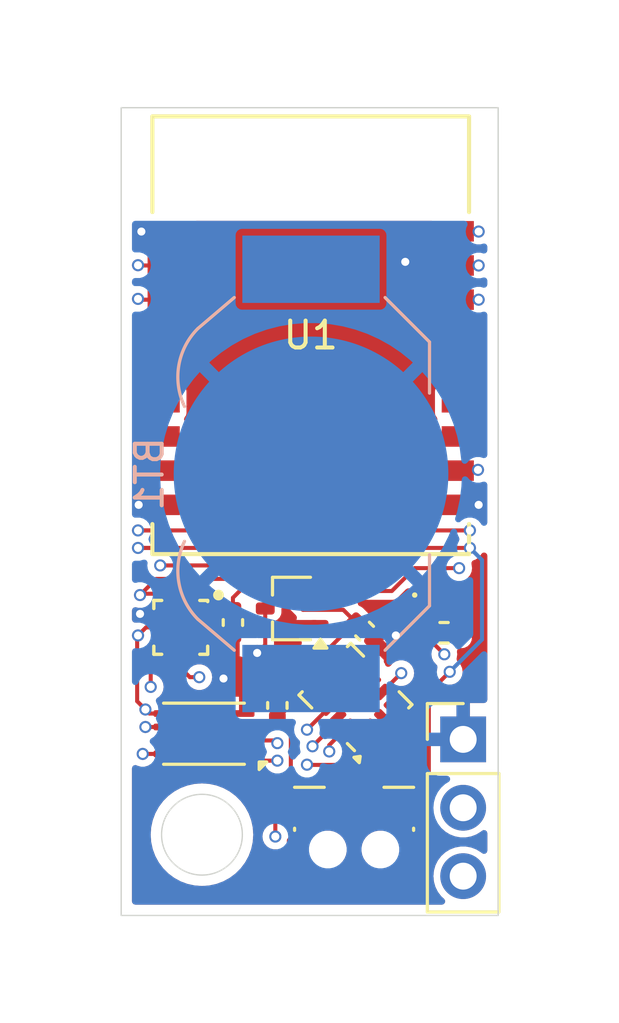
<source format=kicad_pcb>
(kicad_pcb (version 20240108) (generator "pcbnew") (generator_version "8.0")
  (layers (0 "F.Cu" signal) (1 "In1.Cu" signal) (2 "In2.Cu" signal) (31 "B.Cu" signal) (34 "B.Paste" user) (35 "F.Paste" user) (36 "B.SilkS" user "B.Silkscreen") (37 "F.SilkS" user "F.Silkscreen") (38 "B.Mask" user) (39 "F.Mask" user) (44 "Edge.Cuts" user))
  (net 0 "")
  (net 1 "+BATT")
  (net 2 "/MISO")
  (net 3 "/MOSI")
  (net 4 "/SCK")
  (net 5 "/IMU_CS")
  (net 6 "/BUTTON")
  (net 8 "Net-(BT1-+)")
  (net 11 "Net-(D1-A)")
  (net 12 "/LED")
  (net 13 "Earth")
  (net 21 "/BARO_CS")
  (net 22 "VCC")
  (net 23 "/FLASH_CS")
  (net 24 "/SWDIO")
  (net 25 "/SWCLK")
  (footprint "Package_SON:Winbond_USON-8-1EP_3x2mm_P0.5mm_EP0.2x1.6mm" (layer "F.Cu") (at 114.575 103.25 180)
    (property "Reference" "U3" (hide yes))
    (property "Value" "W25X40CLUXIG")
    (fp_line (start -1.5 1.135) (end 1.5 1.135) (stroke (width 0.12)) (layer "F.SilkS"))
    (fp_line (start -1.5 -1.135) (end 1.5 -1.135) (stroke (width 0.12)) (layer "F.SilkS"))
    (fp_poly (pts (xy -2.05 -1.05) (xy -2.33 -1.05) (xy -2.05 -1.33) (xy -2.05 -1.05)) (stroke (width 0.12)) (fill solid) (layer "F.SilkS"))
    (pad "1" smd roundrect (at -1.425 -0.75 180) (size 0.9 0.25) (layers "F.Cu" "F.Paste" "F.Mask") (net 23 "/FLASH_CS"))
    (pad "2" smd roundrect (at -1.425 -0.25 180) (size 0.9 0.25) (layers "F.Cu" "F.Paste" "F.Mask") (net 2 "/MISO"))
    (pad "3" smd roundrect (at -1.425 0.25 180) (size 0.9 0.25) (layers "F.Cu" "F.Paste" "F.Mask") (net 22 "VCC"))
    (pad "4" smd roundrect (at -1.425 0.75 180) (size 0.9 0.25) (layers "F.Cu" "F.Paste" "F.Mask") (net 13 "Earth"))
    (pad "5" smd roundrect (at 1.425 0.75 180) (size 0.9 0.25) (layers "F.Cu" "F.Paste" "F.Mask") (net 3 "/MOSI"))
    (pad "6" smd roundrect (at 1.425 0.25 180) (size 0.9 0.25) (layers "F.Cu" "F.Paste" "F.Mask") (net 4 "/SCK"))
    (pad "7" smd roundrect (at 1.425 -0.25 180) (size 0.9 0.25) (layers "F.Cu" "F.Paste" "F.Mask") (net 22 "VCC"))
    (pad "8" smd roundrect (at 1.425 -0.75 180) (size 0.9 0.25) (layers "F.Cu" "F.Paste" "F.Mask") (net 22 "VCC"))
    (pad "9" smd rect (at 0 0 180) (size 0.2 1.6) (property pad_prop_heatsink) (layers "F.Cu" "F.Mask"))
  )
  (footprint "LED_SMD:LED_0402_1005Metric" (layer "F.Cu") (at 123.49 98.1)
    (property "Reference" "D1" (hide yes))
    (property "Value" "red")
    (fp_circle (center -1.09 0) (end -1.04 0) (stroke (width 0.1)) (fill none) (layer "F.SilkS"))
    (pad "1" smd roundrect (at -0.485 0) (size 0.59 0.64) (layers "F.Cu" "F.Paste" "F.Mask") (net 13 "Earth"))
    (pad "2" smd roundrect (at 0.485 0) (size 0.59 0.64) (layers "F.Cu" "F.Paste" "F.Mask") (net 11 "Net-(D1-A)"))
  )
  (footprint "Capacitor_SMD:C_0402_1005Metric" (layer "F.Cu") (at 115.65 99.12 -90)
    (property "Reference" "C4" (hide yes))
    (property "Value" "0.1u")
    (fp_line (start -0.107836 0.36) (end 0.107836 0.36) (stroke (width 0.12)) (layer "F.SilkS"))
    (fp_line (start -0.107836 -0.36) (end 0.107836 -0.36) (stroke (width 0.12)) (layer "F.SilkS"))
    (pad "1" smd roundrect (at -0.48 0 270) (size 0.56 0.62) (layers "F.Cu" "F.Paste" "F.Mask") (net 22 "VCC"))
    (pad "2" smd roundrect (at 0.48 0 270) (size 0.56 0.62) (layers "F.Cu" "F.Paste" "F.Mask") (net 13 "Earth"))
  )
  (footprint "Connector_PinHeader_2.54mm:PinHeader_1x03_P2.54mm_Vertical" (layer "F.Cu") (at 124.2 103.46)
    (property "Reference" "J1" (hide yes))
    (property "Value" "Conn_01x03")
    (fp_line (start -1.33 -1.33) (end 0 -1.33) (stroke (width 0.12)) (layer "F.SilkS"))
    (fp_line (start -1.33 0) (end -1.33 -1.33) (stroke (width 0.12)) (layer "F.SilkS"))
    (fp_line (start -1.33 1.27) (end -1.33 6.41) (stroke (width 0.12)) (layer "F.SilkS"))
    (fp_line (start -1.33 1.27) (end 1.33 1.27) (stroke (width 0.12)) (layer "F.SilkS"))
    (fp_line (start -1.33 6.41) (end 1.33 6.41) (stroke (width 0.12)) (layer "F.SilkS"))
    (fp_line (start 1.33 1.27) (end 1.33 6.41) (stroke (width 0.12)) (layer "F.SilkS"))
    (pad "1" thru_hole rect (at 0 0) (size 1.7 1.7) (drill 1) (layers "*.Cu" "*.Mask") (net 13 "Earth"))
    (pad "2" thru_hole oval (at 0 2.54) (size 1.7 1.7) (drill 1) (layers "*.Cu" "*.Mask") (net 25 "/SWCLK"))
    (pad "3" thru_hole oval (at 0 5.08) (size 1.7 1.7) (drill 1) (layers "*.Cu" "*.Mask") (net 24 "/SWDIO"))
  )
  (footprint "Package_TO_SOT_SMD:SOT-323_SC-70" (layer "F.Cu") (at 117.85 98.6 180)
    (property "Reference" "Q1" (hide yes))
    (property "Value" "Q_PMOS_GSD")
    (fp_line (start 0.73 0.5) (end 0.73 1.16) (stroke (width 0.12)) (layer "F.SilkS"))
    (fp_line (start 0.73 -1.16) (end 0.73 -0.5) (stroke (width 0.12)) (layer "F.SilkS"))
    (fp_line (start -0.68 1.16) (end 0.73 1.16) (stroke (width 0.12)) (layer "F.SilkS"))
    (fp_line (start -0.68 -1.16) (end 0.73 -1.16) (stroke (width 0.12)) (layer "F.SilkS"))
    (fp_poly (pts (xy -1.05 -1.14) (xy -1.29 -1.47) (xy -0.81 -1.47) (xy -1.05 -1.14)) (stroke (width 0.12)) (fill solid) (layer "F.SilkS"))
    (pad "1" smd roundrect (at -1 -0.65 90) (size 0.45 0.7) (layers "F.Cu" "F.Paste" "F.Mask") (net 13 "Earth"))
    (pad "2" smd roundrect (at -1 0.65 90) (size 0.45 0.7) (layers "F.Cu" "F.Paste" "F.Mask") (net 1 "+BATT"))
    (pad "3" smd roundrect (at 1 0 90) (size 0.45 0.7) (layers "F.Cu" "F.Paste" "F.Mask") (net 8 "Net-(BT1-+)"))
  )
  (footprint "Capacitor_SMD:C_0402_1005Metric" (layer "F.Cu") (at 117.3 102.2 90)
    (property "Reference" "C1" (hide yes))
    (property "Value" "0.1u")
    (fp_line (start -0.107836 -0.36) (end 0.107836 -0.36) (stroke (width 0.12)) (layer "F.SilkS"))
    (fp_line (start -0.107836 0.36) (end 0.107836 0.36) (stroke (width 0.12)) (layer "F.SilkS"))
    (pad "1" smd roundrect (at -0.48 0 90) (size 0.56 0.62) (layers "F.Cu" "F.Paste" "F.Mask") (net 22 "VCC"))
    (pad "2" smd roundrect (at 0.48 0 90) (size 0.56 0.62) (layers "F.Cu" "F.Paste" "F.Mask") (net 13 "Earth"))
  )
  (footprint "Resistor_SMD:R_0402_1005Metric" (layer "F.Cu") (at 123.49 99.5)
    (property "Reference" "R1" (hide yes))
    (property "Value" "510")
    (fp_line (start -0.153641 -0.38) (end 0.153641 -0.38) (stroke (width 0.12)) (layer "F.SilkS"))
    (fp_line (start -0.153641 0.38) (end 0.153641 0.38) (stroke (width 0.12)) (layer "F.SilkS"))
    (pad "1" smd roundrect (at -0.51 0) (size 0.54 0.64) (layers "F.Cu" "F.Paste" "F.Mask") (net 12 "/LED"))
    (pad "2" smd roundrect (at 0.51 0) (size 0.54 0.64) (layers "F.Cu" "F.Paste" "F.Mask") (net 11 "Net-(D1-A)"))
  )
  (footprint "BMP390:XDCR_BMP390L" (layer "F.Cu") (at 113.7125 99.3)
    (property "Reference" "U2" (hide yes))
    (property "Value" "BMP390L")
    (fp_line (start -1 -1) (end -0.7075 -1) (stroke (width 0.127)) (layer "F.SilkS"))
    (fp_line (start -1 -0.7) (end -1 -1) (stroke (width 0.127)) (layer "F.SilkS"))
    (fp_line (start -1 1) (end -1 0.7) (stroke (width 0.127)) (layer "F.SilkS"))
    (fp_line (start -1 1) (end -0.7075 1) (stroke (width 0.127)) (layer "F.SilkS"))
    (fp_line (start 0.7075 -1) (end 1 -1) (stroke (width 0.127)) (layer "F.SilkS"))
    (fp_line (start 1 -1) (end 1 -0.9575) (stroke (width 0.127)) (layer "F.SilkS"))
    (fp_line (start 1 0.7) (end 1 1) (stroke (width 0.127)) (layer "F.SilkS"))
    (fp_line (start 1 1) (end 0.7075 1) (stroke (width 0.127)) (layer "F.SilkS"))
    (fp_circle (center 1.4 -1.200001) (end 1.5 -1.2) (stroke (width 0.2)) (fill none) (layer "F.SilkS"))
    (pad "1" smd rect (at 0.25 -0.7625) (size 0.25 0.275) (layers "F.Cu" "F.Paste" "F.Mask") (net 22 "VCC"))
    (pad "2" smd rect (at -0.25 -0.7625) (size 0.25 0.275) (layers "F.Cu" "F.Paste" "F.Mask") (net 4 "/SCK"))
    (pad "3" smd rect (at -0.7625 -0.499999) (size 0.275 0.25) (layers "F.Cu" "F.Paste" "F.Mask") (net 13 "Earth"))
    (pad "4" smd rect (at -0.7625 0) (size 0.275 0.25) (layers "F.Cu" "F.Paste" "F.Mask") (net 3 "/MOSI"))
    (pad "5" smd rect (at -0.7625 0.499999) (size 0.275 0.25) (layers "F.Cu" "F.Paste" "F.Mask") (net 2 "/MISO"))
    (pad "6" smd rect (at -0.25 0.7625) (size 0.25 0.275) (layers "F.Cu" "F.Paste" "F.Mask") (net 21 "/BARO_CS"))
    (pad "7" smd rect (at 0.25 0.7625) (size 0.25 0.275) (layers "F.Cu" "F.Paste" "F.Mask"))
    (pad "8" smd rect (at 0.7625 0.499999) (size 0.275 0.25) (layers "F.Cu" "F.Paste" "F.Mask") (net 13 "Earth"))
    (pad "9" smd rect (at 0.7625 0) (size 0.275 0.25) (layers "F.Cu" "F.Paste" "F.Mask") (net 13 "Earth"))
    (pad "10" smd rect (at 0.7625 -0.499999) (size 0.275 0.25) (layers "F.Cu" "F.Paste" "F.Mask") (net 22 "VCC"))
  )
  (footprint "ebyte:E104-BT5032A_BYT" (layer "F.Cu") (at 118.539 88.4508)
    (property "Reference" "U1" (at 0 0 0) (layer "F.SilkS"))
    (property "Value" "E104-BT5032A")
    (fp_line (start -5.8801 -8.128) (end 5.8801 -8.128) (stroke (width 0.1524)) (layer "F.SilkS"))
    (fp_line (start -5.8801 -4.57454) (end -5.8801 -8.128) (stroke (width 0.1524)) (layer "F.SilkS"))
    (fp_line (start -5.8801 8.128) (end -5.8801 7.01294) (stroke (width 0.1524)) (layer "F.SilkS"))
    (fp_line (start 5.8801 -8.128) (end 5.8801 -4.57454) (stroke (width 0.1524)) (layer "F.SilkS"))
    (fp_line (start 5.8801 7.01294) (end 5.8801 8.128) (stroke (width 0.1524)) (layer "F.SilkS"))
    (fp_line (start 5.8801 8.128) (end -5.8801 8.128) (stroke (width 0.1524)) (layer "F.SilkS"))
    (pad "1" smd rect (at -5.461 -3.8608) (size 1.1938 0.762) (layers "F.Cu" "F.Paste" "F.Mask") (net 13 "Earth"))
    (pad "2" smd rect (at -5.461 -2.5908) (size 1.1938 0.762) (layers "F.Cu" "F.Paste" "F.Mask") (net 21 "/BARO_CS"))
    (pad "3" smd rect (at -5.461 -1.3208) (size 1.1938 0.762) (layers "F.Cu" "F.Paste" "F.Mask") (net 23 "/FLASH_CS"))
    (pad "4" smd rect (at -5.461 -0.0508) (size 1.1938 0.762) (layers "F.Cu" "F.Paste" "F.Mask"))
    (pad "5" smd rect (at -5.461 1.2192) (size 1.1938 0.762) (layers "F.Cu" "F.Paste" "F.Mask"))
    (pad "6" smd rect (at -5.461 2.4892) (size 1.1938 0.762) (layers "F.Cu" "F.Paste" "F.Mask"))
    (pad "7" smd rect (at -5.461 3.7592) (size 1.1938 0.762) (layers "F.Cu" "F.Paste" "F.Mask"))
    (pad "8" smd rect (at -5.461 5.0292) (size 1.1938 0.762) (layers "F.Cu" "F.Paste" "F.Mask"))
    (pad "9" smd rect (at -5.461 6.2992) (size 1.1938 0.762) (layers "F.Cu" "F.Paste" "F.Mask") (net 13 "Earth"))
    (pad "10" smd rect (at -3.175 5.03174) (size 0.8128 0.8128) (layers "F.Cu" "F.Paste" "F.Mask") (net 5 "/IMU_CS"))
    (pad "11" smd rect (at -1.905 5.03174) (size 0.8128 0.8128) (layers "F.Cu" "F.Paste" "F.Mask") (net 3 "/MOSI"))
    (pad "12" smd rect (at -0.635 5.03174) (size 0.8128 0.8128) (layers "F.Cu" "F.Paste" "F.Mask") (net 2 "/MISO"))
    (pad "13" smd rect (at 0.635 5.03174) (size 0.8128 0.8128) (layers "F.Cu" "F.Paste" "F.Mask") (net 4 "/SCK"))
    (pad "14" smd rect (at 1.905 5.03174) (size 0.8128 0.8128) (layers "F.Cu" "F.Paste" "F.Mask") (net 6 "/BUTTON"))
    (pad "15" smd rect (at 3.175 5.03174) (size 0.8128 0.8128) (layers "F.Cu" "F.Paste" "F.Mask") (net 22 "VCC"))
    (pad "16" smd rect (at 5.461 6.2992) (size 1.1938 0.762) (layers "F.Cu" "F.Paste" "F.Mask") (net 13 "Earth"))
    (pad "17" smd rect (at 5.461 5.0292) (size 1.1938 0.762) (layers "F.Cu" "F.Paste" "F.Mask") (net 1 "+BATT"))
    (pad "18" smd rect (at 5.461 3.7592) (size 1.1938 0.762) (layers "F.Cu" "F.Paste" "F.Mask"))
    (pad "19" smd rect (at 5.461 2.4892) (size 1.1938 0.762) (layers "F.Cu" "F.Paste" "F.Mask"))
    (pad "20" smd rect (at 5.461 1.2192) (size 1.1938 0.762) (layers "F.Cu" "F.Paste" "F.Mask"))
    (pad "21" smd rect (at 5.461 -0.0508) (size 1.1938 0.762) (layers "F.Cu" "F.Paste" "F.Mask"))
    (pad "22" smd rect (at 5.461 -1.3208) (size 1.1938 0.762) (layers "F.Cu" "F.Paste" "F.Mask") (net 12 "/LED"))
    (pad "23" smd rect (at 5.461 -2.5908) (size 1.1938 0.762) (layers "F.Cu" "F.Paste" "F.Mask") (net 25 "/SWCLK"))
    (pad "24" smd rect (at 5.461 -3.8608) (size 1.1938 0.762) (layers "F.Cu" "F.Paste" "F.Mask") (net 24 "/SWDIO"))
  )
  (footprint "Package_LGA:LGA-14_3x2.5mm_P0.5mm_LayoutBorder3x4y" (layer "F.Cu") (at 120.2 101.991682 135)
    (property "Reference" "U5" (hide yes))
    (property "Value" "LSM6DS3")
    (fp_line (start 1.61 -1.36) (end 1.609999 -1.185) (stroke (width 0.12)) (layer "F.SilkS"))
    (fp_line (start 0.935 -1.36) (end 1.61 -1.36) (stroke (width 0.12)) (layer "F.SilkS"))
    (fp_line (start -0.935 -1.36) (end -1.31 -1.36) (stroke (width 0.12)) (layer "F.SilkS"))
    (fp_line (start 1.61 1.36) (end 1.609999 1.185) (stroke (width 0.12)) (layer "F.SilkS"))
    (fp_line (start 0.935 1.36) (end 1.61 1.36) (stroke (width 0.12)) (layer "F.SilkS"))
    (fp_line (start -0.935 1.36) (end -1.61 1.36) (stroke (width 0.12)) (layer "F.SilkS"))
    (fp_line (start -1.61 1.36) (end -1.609999 1.185) (stroke (width 0.12)) (layer "F.SilkS"))
    (fp_poly (pts (xy -1.61 -1.36) (xy -1.749999 -1.55) (xy -1.469999 -1.55) (xy -1.61 -1.36)) (stroke (width 0.12)) (fill solid) (layer "F.SilkS"))
    (pad "1" smd roundrect (at -1.162501 -0.75 135) (size 0.625 0.35) (layers "F.Cu" "F.Paste" "F.Mask") (net 2 "/MISO"))
    (pad "2" smd roundrect (at -1.1625 -0.25 135) (size 0.625 0.35) (layers "F.Cu" "F.Paste" "F.Mask") (net 13 "Earth"))
    (pad "3" smd roundrect (at -1.1625 0.25 135) (size 0.625 0.35) (layers "F.Cu" "F.Paste" "F.Mask") (net 13 "Earth"))
    (pad "4" smd roundrect (at -1.162501 0.75 135) (size 0.625 0.35) (layers "F.Cu" "F.Paste" "F.Mask"))
    (pad "5" smd roundrect (at -0.499999 0.9125 135) (size 0.35 0.625) (layers "F.Cu" "F.Paste" "F.Mask") (net 22 "VCC"))
    (pad "6" smd roundrect (at 0 0.9125 135) (size 0.35 0.625) (layers "F.Cu" "F.Paste" "F.Mask") (net 13 "Earth"))
    (pad "7" smd roundrect (at 0.499999 0.9125 135) (size 0.35 0.625) (layers "F.Cu" "F.Paste" "F.Mask") (net 13 "Earth"))
    (pad "8" smd roundrect (at 1.162501 0.75 135) (size 0.625 0.35) (layers "F.Cu" "F.Paste" "F.Mask") (net 22 "VCC"))
    (pad "9" smd roundrect (at 1.1625 0.25 135) (size 0.625 0.35) (layers "F.Cu" "F.Paste" "F.Mask"))
    (pad "10" smd roundrect (at 1.1625 -0.25 135) (size 0.625 0.35) (layers "F.Cu" "F.Paste" "F.Mask"))
    (pad "11" smd roundrect (at 1.162501 -0.75 135) (size 0.625 0.35) (layers "F.Cu" "F.Paste" "F.Mask"))
    (pad "12" smd roundrect (at 0.499999 -0.9125 135) (size 0.35 0.625) (layers "F.Cu" "F.Paste" "F.Mask") (net 5 "/IMU_CS"))
    (pad "13" smd roundrect (at 0 -0.9125 135) (size 0.35 0.625) (layers "F.Cu" "F.Paste" "F.Mask") (net 4 "/SCK"))
    (pad "14" smd roundrect (at -0.499999 -0.9125 135) (size 0.35 0.625) (layers "F.Cu" "F.Paste" "F.Mask") (net 3 "/MOSI"))
  )
  (footprint "Capacitor_SMD:C_0402_1005Metric" (layer "F.Cu") (at 120.539411 99.439411 -45)
    (property "Reference" "C2" (hide yes))
    (property "Value" "0.1u")
    (fp_line (start -0.107836 0.36) (end 0.107836 0.36) (stroke (width 0.12)) (layer "F.SilkS"))
    (fp_line (start -0.107836 -0.36) (end 0.107836 -0.36) (stroke (width 0.12)) (layer "F.SilkS"))
    (pad "1" smd roundrect (at -0.48 0 315) (size 0.56 0.62) (layers "F.Cu" "F.Paste" "F.Mask") (net 22 "VCC"))
    (pad "2" smd roundrect (at 0.48 0 315) (size 0.56 0.62) (layers "F.Cu" "F.Paste" "F.Mask") (net 13 "Earth"))
  )
  (footprint "custom:SW_SPST_CK_KMS2xxGP" (layer "F.Cu") (at 120.15 106.8)
    (property "Reference" "SW2" (hide yes))
    (property "Value" "SW_Push_Shielded")
    (fp_line (start -2.21 -1.56) (end -1.11 -1.56) (stroke (width 0.12)) (layer "F.SilkS"))
    (fp_line (start -2.21 -0.04) (end -2.21 0.04) (stroke (width 0.12)) (layer "F.SilkS"))
    (fp_line (start 1.11 -1.56) (end 2.21 -1.56) (stroke (width 0.12)) (layer "F.SilkS"))
    (fp_line (start 2.21 -0.04) (end 2.21 0.04) (stroke (width 0.12)) (layer "F.SilkS"))
    (pad "" np_thru_hole circle (at -0.975 0.75) (size 0.9 0.9) (drill 0.9) (layers "F&B.Cu" "*.Mask"))
    (pad "" np_thru_hole circle (at 0.975 0.75) (size 0.9 0.9) (drill 0.9) (layers "F&B.Cu" "*.Mask"))
    (pad "1" smd roundrect (at -2.05 -0.8) (size 0.9 1) (layers "F.Cu" "F.Paste" "F.Mask") (roundrect_rratio 0.15) (net 13 "Earth"))
    (pad "1" smd roundrect (at 2.05 -0.8) (size 0.9 1) (layers "F.Cu" "F.Paste" "F.Mask") (roundrect_rratio 0.15) (net 13 "Earth"))
    (pad "2" smd roundrect (at -2.1 0.8) (size 0.8 1) (layers "F.Cu" "F.Paste" "F.Mask") (roundrect_rratio 0.15) (net 6 "/BUTTON"))
    (pad "2" smd roundrect (at 2.1 0.8) (size 0.8 1) (layers "F.Cu" "F.Paste" "F.Mask") (roundrect_rratio 0.15) (net 6 "/BUTTON"))
    (pad "SH" smd roundrect (at 0 -1.425) (size 1.7 0.55) (layers "F.Cu" "F.Paste" "F.Mask") (roundrect_rratio 0.15) (net 13 "Earth"))
  )
  (footprint "Battery:BatteryHolder_LINX_BAT-HLD-012-SMT" (layer "B.Cu") (at 118.55 93.600001 90)
    (property "Reference" "BT1" (at 0 -6 90) (layer "B.SilkS") (effects (justify mirror)))
    (property "Value" "CR1225")
    (fp_line (start 5.4 -4.2) (end 6.55 -2.85) (stroke (width 0.12)) (layer "B.SilkS"))
    (fp_line (start -5.4 -4.2) (end -6.55 -2.85) (stroke (width 0.12)) (layer "B.SilkS"))
    (fp_line (start 6.55 2.75) (end 4.9 4.4) (stroke (width 0.12)) (layer "B.SilkS"))
    (fp_line (start 3 4.4) (end 4.9 4.4) (stroke (width 0.12)) (layer "B.SilkS"))
    (fp_line (start -3 4.4) (end -4.9 4.4) (stroke (width 0.12)) (layer "B.SilkS"))
    (fp_line (start -4.9 4.4) (end -6.55 2.75) (stroke (width 0.12)) (layer "B.SilkS"))
    (fp_arc (start 2.501694 -4.696459) (mid 4.029781 -4.909041) (end 5.4 -4.2) (stroke (width 0.12)) (layer "B.SilkS"))
    (fp_arc (start -5.4 -4.2) (mid -4.031094 -4.908816) (end -2.504098 -4.697607) (stroke (width 0.12)) (layer "B.SilkS"))
    (pad "1" smd rect (at -7.600001 0 90) (size 2.5 5.1) (layers "B.Cu" "B.Paste" "B.Mask") (net 8 "Net-(BT1-+)"))
    (pad "1" smd rect (at 7.600001 0 90) (size 2.5 5.1) (layers "B.Cu" "B.Paste" "B.Mask") (net 8 "Net-(BT1-+)"))
    (pad "2" smd circle (at 0 0 90) (size 10.2 10.2) (layers "B.Cu" "B.Mask") (net 13 "Earth"))
  )
  (gr_circle (center 114.5 107) (end 113 107) (stroke (width 0.05)) (fill none) (layer "Edge.Cuts"))
  (gr_rect (start 111.5 80) (end 125.5 110) (stroke (width 0.05)) (fill none) (layer "Edge.Cuts"))
  (segment (start 122.4 97.1) (end 121.55 97.95) (width 0.15) (layer "F.Cu") (net 1))
  (segment (start 124 93.48) (end 124.72 93.48) (width 0.15) (layer "F.Cu") (net 1))
  (segment (start 124.05 97.1) (end 122.4 97.1) (width 0.15) (layer "F.Cu") (net 1))
  (segment (start 124.72 93.48) (end 124.75 93.45) (width 0.15) (layer "F.Cu") (net 1))
  (segment (start 121.55 97.95) (end 118.85 97.95) (width 0.15) (layer "F.Cu") (net 1))
  (via (at 124.05 97.1) (size 0.45) (drill 0.3) (layers "F.Cu" "B.Cu") (net 1))
  (via (at 124.75 93.45) (size 0.45) (drill 0.3) (layers "F.Cu" "B.Cu") (net 1))
  (segment (start 117.904 93.48254) (end 117.904 95.846) (width 0.15) (layer "F.Cu") (net 2))
  (segment (start 116 103.5) (end 117.2 103.5) (width 0.15) (layer "F.Cu") (net 2))
  (segment (start 120.491682 103.344024) (end 120.544024 103.344024) (width 0.15) (layer "F.Cu") (net 2))
  (segment (start 121 104.2) (end 120.791772 104.408228) (width 0.15) (layer "F.Cu") (net 2))
  (segment (start 120.791772 104.408228) (end 118.408228 104.408228) (width 0.15) (layer "F.Cu") (net 2))
  (segment (start 117.2 103.5) (end 117.3 103.6) (width 0.15) (layer "F.Cu") (net 2))
  (segment (start 120.544024 103.344024) (end 121 103.8) (width 0.15) (layer "F.Cu") (net 2))
  (segment (start 117.904 95.846) (end 116.749994 97.000006) (width 0.15) (layer "F.Cu") (net 2))
  (segment (start 112.596446 100.003553) (end 112.596446 101.510661) (width 0.15) (layer "F.Cu") (net 2))
  (segment (start 118.408228 104.408228) (end 118.4 104.4) (width 0.15) (layer "F.Cu") (net 2))
  (segment (start 121 103.8) (end 121 104.2) (width 0.15) (layer "F.Cu") (net 2))
  (segment (start 116.749994 97.000006) (end 112.950006 97.000006) (width 0.15) (layer "F.Cu") (net 2))
  (segment (start 112.8 99.799999) (end 112.596446 100.003553) (width 0.15) (layer "F.Cu") (net 2))
  (segment (start 112.950006 97.000006) (end 112.95 97) (width 0.15) (layer "F.Cu") (net 2))
  (via (at 118.4 104.4) (size 0.45) (drill 0.3) (layers "F.Cu" "B.Cu") (net 2))
  (via (at 112.95 97) (size 0.45) (drill 0.3) (layers "F.Cu" "B.Cu") (net 2))
  (via (at 117.3 103.6) (size 0.45) (drill 0.3) (layers "F.Cu" "B.Cu") (net 2))
  (via (at 112.596446 101.510661) (size 0.45) (drill 0.3) (layers "F.Cu" "B.Cu") (net 2))
  (segment (start 115.699997 96.350003) (end 112.85 96.350003) (width 0.15) (layer "F.Cu") (net 3))
  (segment (start 112.550003 102.5) (end 112.4 102.349997) (width 0.15) (layer "F.Cu") (net 3))
  (segment (start 112.09314 100.15) (end 112.09314 102.043138) (width 0.15) (layer "F.Cu") (net 3))
  (segment (start 116.634 95.416) (end 115.699997 96.350003) (width 0.15) (layer "F.Cu") (net 3))
  (segment (start 112.4 102.349997) (end 112.225001 102.174999) (width 0.15) (layer "F.Cu") (net 3))
  (segment (start 113.15 102.5) (end 112.550003 102.5) (width 0.15) (layer "F.Cu") (net 3))
  (segment (start 112.09314 102.043138) (end 112.225001 102.174999) (width 0.15) (layer "F.Cu") (net 3))
  (segment (start 116.634 93.48254) (end 116.634 95.416) (width 0.15) (layer "F.Cu") (net 3))
  (segment (start 119.908318 102.99047) (end 119.226676 103.672112) (width 0.15) (layer "F.Cu") (net 3))
  (segment (start 112.425 99.3) (end 112.125 99.6) (width 0.15) (layer "F.Cu") (net 3))
  (segment (start 119.226676 103.672112) (end 119.226676 103.908228) (width 0.15) (layer "F.Cu") (net 3))
  (segment (start 112.85 96.350003) (end 112.1 96.350003) (width 0.15) (layer "F.Cu") (net 3))
  (segment (start 112.95 99.3) (end 112.425 99.3) (width 0.15) (layer "F.Cu") (net 3))
  (segment (start 112.09314 100.15) (end 112.09314 99.63186) (width 0.15) (layer "F.Cu") (net 3))
  (segment (start 112.09314 99.63186) (end 112.125 99.6) (width 0.15) (layer "F.Cu") (net 3))
  (segment (start 112.85 96.350003) (end 112.125 96.350003) (width 0.15) (layer "F.Cu") (net 3))
  (via (at 112.125 96.350003) (size 0.45) (drill 0.3) (layers "F.Cu" "B.Cu") (net 3))
  (via (at 119.226676 103.908228) (size 0.45) (drill 0.3) (layers "F.Cu" "B.Cu") (net 3))
  (via (at 112.4 102.349997) (size 0.45) (drill 0.3) (layers "F.Cu" "B.Cu") (net 3))
  (via (at 112.125 99.6) (size 0.45) (drill 0.3) (layers "F.Cu" "B.Cu") (net 3))
  (segment (start 119.174 95.576) (end 117.25 97.5) (width 0.15) (layer "F.Cu") (net 4))
  (segment (start 118.961098 103.361098) (end 118.605549 103.716647) (width 0.15) (layer "F.Cu") (net 4))
  (segment (start 119.554765 102.636917) (end 118.961098 103.230584) (width 0.15) (layer "F.Cu") (net 4))
  (segment (start 113.4625 98.5375) (end 113.4625 98.2625) (width 0.15) (layer "F.Cu") (net 4))
  (segment (start 113.4625 98.2625) (end 113.25 98.05) (width 0.15) (layer "F.Cu") (net 4))
  (segment (start 113.15 103) (end 112.4 103) (width 0.15) (layer "F.Cu") (net 4))
  (segment (start 117.25 97.5) (end 112.8 97.5) (width 0.15) (layer "F.Cu") (net 4))
  (segment (start 113.25 98.05) (end 112.25 98.05) (width 0.15) (layer "F.Cu") (net 4))
  (segment (start 112.8 97.5) (end 112.2 98.1) (width 0.15) (layer "F.Cu") (net 4))
  (segment (start 118.961098 103.230584) (end 118.961098 103.361098) (width 0.15) (layer "F.Cu") (net 4))
  (segment (start 112.25 98.05) (end 112.2 98.1) (width 0.15) (layer "F.Cu") (net 4))
  (segment (start 119.174 93.48254) (end 119.174 95.576) (width 0.15) (layer "F.Cu") (net 4))
  (via (at 112.4 103) (size 0.45) (drill 0.3) (layers "F.Cu" "B.Cu") (net 4))
  (via (at 112.2 98.1) (size 0.45) (drill 0.3) (layers "F.Cu" "B.Cu") (net 4))
  (via (at 118.605549 103.716647) (size 0.45) (drill 0.3) (layers "F.Cu" "B.Cu") (net 4))
  (segment (start 115.364 93.48254) (end 115.364 95.136) (width 0.15) (layer "F.Cu") (net 5))
  (segment (start 114.8 95.7) (end 112.8 95.7) (width 0.15) (layer "F.Cu") (net 5))
  (segment (start 112.8 95.7) (end 112.125 95.7) (width 0.15) (layer "F.Cu") (net 5))
  (segment (start 112.8 95.7) (end 112.1 95.7) (width 0.15) (layer "F.Cu") (net 5))
  (segment (start 119.201212 102.298788) (end 118.4 103.1) (width 0.15) (layer "F.Cu") (net 5))
  (segment (start 114.9 95.6) (end 114.8 95.7) (width 0.15) (layer "F.Cu") (net 5))
  (segment (start 119.201212 102.283364) (end 119.201212 102.298788) (width 0.15) (layer "F.Cu") (net 5))
  (segment (start 115.364 95.136) (end 114.9 95.6) (width 0.15) (layer "F.Cu") (net 5))
  (via (at 118.4 103.1) (size 0.45) (drill 0.3) (layers "F.Cu" "B.Cu") (net 5))
  (via (at 112.125 95.7) (size 0.45) (drill 0.3) (layers "F.Cu" "B.Cu") (net 5))
  (segment (start 121.250003 96.350003) (end 124.45 96.350003) (width 0.15) (layer "F.Cu") (net 6))
  (segment (start 118.05 108.35) (end 118.3 108.6) (width 0.15) (layer "F.Cu") (net 6))
  (segment (start 120.444 95.544) (end 121.250003 96.350003) (width 0.15) (layer "F.Cu") (net 6))
  (segment (start 118.3 108.6) (end 122.05 108.6) (width 0.15) (layer "F.Cu") (net 6))
  (segment (start 122.75 107.6) (end 122.25 107.6) (width 0.15) (layer "F.Cu") (net 6))
  (segment (start 120.444 93.48254) (end 120.444 95.544) (width 0.15) (layer "F.Cu") (net 6))
  (segment (start 123.7 100.95) (end 122.925 101.725) (width 0.15) (layer "F.Cu") (net 6))
  (segment (start 122.925 107.425) (end 122.75 107.6) (width 0.15) (layer "F.Cu") (net 6))
  (segment (start 122.05 108.6) (end 122.25 108.4) (width 0.15) (layer "F.Cu") (net 6))
  (segment (start 122.25 108.4) (end 122.25 107.6) (width 0.15) (layer "F.Cu") (net 6))
  (segment (start 122.925 101.725) (end 122.925 107.425) (width 0.15) (layer "F.Cu") (net 6))
  (segment (start 118.05 107.6) (end 118.05 108.35) (width 0.15) (layer "F.Cu") (net 6))
  (via (at 124.45 96.350003) (size 0.45) (drill 0.3) (layers "F.Cu" "B.Cu") (net 6))
  (via (at 123.7 100.95) (size 0.45) (drill 0.3) (layers "F.Cu" "B.Cu") (net 6))
  (segment (start 124.9 96.800003) (end 124.45 96.350003) (width 0.15) (layer "B.Cu") (net 6))
  (segment (start 123.7 100.95) (end 124.9 99.75) (width 0.15) (layer "B.Cu") (net 6))
  (segment (start 124.9 99.75) (end 124.9 96.800003) (width 0.15) (layer "B.Cu") (net 6))
  (segment (start 116.85 99.95) (end 116.85 98.6) (width 0.15) (layer "F.Cu") (net 8))
  (segment (start 116.55 100.25) (end 116.85 99.95) (width 0.15) (layer "F.Cu") (net 8))
  (via (at 116.55 100.25) (size 0.6) (drill 0.3) (layers "F.Cu" "B.Cu") (net 8))
  (segment (start 117.500002 101.200002) (end 116.55 100.25) (width 0.15) (layer "B.Cu") (net 8))
  (segment (start 118.6 101.200002) (end 117.500002 101.200002) (width 0.15) (layer "B.Cu") (net 8))
  (segment (start 124 98.125) (end 123.975 98.1) (width 0.15) (layer "F.Cu") (net 11))
  (segment (start 124 99.5) (end 124 98.125) (width 0.15) (layer "F.Cu") (net 11))
  (segment (start 124.87 87.13) (end 124.9 87.1) (width 0.15) (layer "F.Cu") (net 12))
  (segment (start 122.98 99.78) (end 123.5 100.3) (width 0.15) (layer "F.Cu") (net 12))
  (segment (start 124 87.13) (end 124.87 87.13) (width 0.15) (layer "F.Cu") (net 12))
  (segment (start 124 87.13) (end 124.775 87.13) (width 0.15) (layer "F.Cu") (net 12))
  (segment (start 122.98 99.5) (end 122.98 99.78) (width 0.15) (layer "F.Cu") (net 12))
  (via (at 123.5 100.3) (size 0.45) (drill 0.3) (layers "F.Cu" "B.Cu") (net 12))
  (via (at 124.775 87.13) (size 0.45) (drill 0.3) (layers "F.Cu" "B.Cu") (net 12))
  (segment (start 120.878822 99.778822) (end 120.878822 100.605754) (width 0.15) (layer "F.Cu") (net 13))
  (segment (start 115.2 99.6) (end 115 99.8) (width 0.15) (layer "F.Cu") (net 13))
  (segment (start 120.878822 100.605754) (end 120.491682 100.992894) (width 0.15) (layer "F.Cu") (net 13))
  (segment (start 120.845235 101.346447) (end 120.491682 100.992894) (width 0.15) (layer "F.Cu") (net 13))
  (segment (start 116 102) (end 116 102.5) (width 0.15) (layer "F.Cu") (net 13))
  (segment (start 121.7 98.9) (end 122.5 98.1) (width 0.15) (layer "F.Cu") (net 13))
  (segment (start 112.200001 98.800001) (end 112.2 98.8) (width 0.15) (layer "F.Cu") (net 13))
  (segment (start 124 94.75) (end 124.85 94.75) (width 0.15) (layer "F.Cu") (net 13))
  (segment (start 115.5 99.6) (end 115.5 101) (width 0.15) (layer "F.Cu") (net 13))
  (segment (start 120.845235 102.99047) (end 120.845235 102.995235) (width 0.15) (layer "F.Cu") (net 13))
  (segment (start 115.65 99.6) (end 115.2 99.6) (width 0.15) (layer "F.Cu") (net 13))
  (segment (start 113.078 84.59) (end 112.26 84.59) (width 0.15) (layer "F.Cu") (net 13))
  (segment (start 120.5 105.375) (end 119.075 105.375) (width 0.15) (layer "F.Cu") (net 13))
  (segment (start 122.5 98.1) (end 123.005 98.1) (width 0.15) (layer "F.Cu") (net 13))
  (segment (start 117.3 101.72) (end 116.28 101.72) (width 0.15) (layer "F.Cu") (net 13))
  (segment (start 115 99.8) (end 114.999999 99.799999) (width 0.15) (layer "F.Cu") (net 13))
  (segment (start 124 94.75) (end 124.775 94.75) (width 0.15) (layer "F.Cu") (net 13))
  (segment (start 124.85 94.75) (end 124.9 94.8) (width 0.15) (layer "F.Cu") (net 13))
  (segment (start 116 101.9) (end 116 102) (width 0.15) (layer "F.Cu") (net 13))
  (segment (start 112.8 98.800001) (end 112.200001 98.800001) (width 0.15) (layer "F.Cu") (net 13))
  (segment (start 121.198788 102.636917) (end 121.198788 102.648788) (width 0.15) (layer "F.Cu") (net 13))
  (segment (start 121.7 99.6) (end 121.7 98.9) (width 0.15) (layer "F.Cu") (net 13))
  (segment (start 119.075 105.375) (end 118.45 106) (width 0.15) (layer "F.Cu") (net 13))
  (segment (start 114.475 99.3) (end 114.475 99.799999) (width 0.15) (layer "F.Cu") (net 13))
  (segment (start 112.15 94.75) (end 112.1 94.7) (width 0.15) (layer "F.Cu") (net 13))
  (segment (start 121.198788 102.648788) (end 121.75 103.2) (width 0.15) (layer "F.Cu") (net 13))
  (segment (start 116.28 101.72) (end 116 102) (width 0.15) (layer "F.Cu") (net 13))
  (segment (start 121.925 105.375) (end 122.55 106) (width 0.15) (layer "F.Cu") (net 13))
  (segment (start 120.845235 102.995235) (end 121.625 103.775) (width 0.15) (layer "F.Cu") (net 13))
  (segment (start 113.078 94.75) (end 112.15 94.75) (width 0.15) (layer "F.Cu") (net 13))
  (segment (start 114.999999 99.799999) (end 114.475 99.799999) (width 0.15) (layer "F.Cu") (net 13))
  (segment (start 115.5 101) (end 115.3 101.2) (width 0.15) (layer "F.Cu") (net 13))
  (segment (start 115.3 101.2) (end 116 101.9) (width 0.15) (layer "F.Cu") (net 13))
  (segment (start 120.5 105.375) (end 121.925 105.375) (width 0.15) (layer "F.Cu") (net 13))
  (segment (start 112.26 84.59) (end 112.25 84.6) (width 0.15) (layer "F.Cu") (net 13))
  (via (at 112.2 98.8) (size 0.45) (drill 0.3) (layers "F.Cu" "B.Cu") (net 13))
  (via (at 122.05 85.725) (size 0.45) (drill 0.3) (layers "F.Cu" "B.Cu") (net 13))
  (via (at 115.3 101.2) (size 0.45) (drill 0.3) (layers "F.Cu" "B.Cu") (net 13))
  (via (at 124.775 94.75) (size 0.45) (drill 0.3) (layers "F.Cu" "B.Cu") (net 13))
  (via (at 112.25 84.6) (size 0.45) (drill 0.3) (layers "F.Cu" "B.Cu") (net 13))
  (via (at 121.7 99.6) (size 0.45) (drill 0.3) (layers "F.Cu" "B.Cu") (net 13))
  (via (at 112.15 94.75) (size 0.45) (drill 0.3) (layers "F.Cu" "B.Cu") (net 13))
  (segment (start 113.078 85.86) (end 112.135 85.86) (width 0.15) (layer "F.Cu") (net 21))
  (segment (start 113.4625 100.0625) (end 113.4625 100.4375) (width 0.15) (layer "F.Cu") (net 21))
  (segment (start 113.4625 100.5625) (end 113.85 100.95) (width 0.15) (layer "F.Cu") (net 21))
  (segment (start 113.4625 100.0625) (end 113.4625 100.5625) (width 0.15) (layer "F.Cu") (net 21))
  (segment (start 112.135 85.86) (end 112.125 85.85) (width 0.15) (layer "F.Cu") (net 21))
  (segment (start 113.85 100.95) (end 114.05 101.15) (width 0.15) (layer "F.Cu") (net 21))
  (segment (start 114.05 101.15) (end 114.4 101.15) (width 0.15) (layer "F.Cu") (net 21))
  (via (at 112.125 85.85) (size 0.45) (drill 0.3) (layers "F.Cu" "B.Cu") (net 21))
  (via (at 114.4 101.15) (size 0.45) (drill 0.3) (layers "F.Cu" "B.Cu") (net 21))
  (segment (start 117.9 100.7) (end 118.5 100.1) (width 0.15) (layer "F.Cu") (net 22))
  (segment (start 115 98.75) (end 115 98.1) (width 0.15) (layer "F.Cu") (net 22))
  (segment (start 117.9 101) (end 117.9 100.7) (width 0.15) (layer "F.Cu") (net 22))
  (segment (start 119.83934 100.63934) (end 119.908318 100.63934) (width 0.15) (layer "F.Cu") (net 22))
  (segment (start 117.3 102.68) (end 117.9 102.08) (width 0.15) (layer "F.Cu") (net 22))
  (segment (start 117.225 105.325) (end 117.8 104.75) (width 0.15) (layer "F.Cu") (net 22))
  (segment (start 117.3 102.68) (end 116.98 103) (width 0.15) (layer "F.Cu") (net 22))
  (segment (start 114.475 98.800001) (end 114.949999 98.800001) (width 0.15) (layer "F.Cu") (net 22))
  (segment (start 117.8 103.18) (end 117.3 102.68) (width 0.15) (layer "F.Cu") (net 22))
  (segment (start 115 98.1) (end 114.85 97.95) (width 0.15) (layer "F.Cu") (net 22))
  (segment (start 114.949999 98.800001) (end 115 98.75) (width 0.15) (layer "F.Cu") (net 22))
  (segment (start 116.98 103) (end 116 103) (width 0.15) (layer "F.Cu") (net 22))
  (segment (start 118.25 98.649999) (end 117.45 97.849999) (width 0.15) (layer "F.Cu") (net 22))
  (segment (start 115.65 98.2) (end 116 97.85) (width 0.15) (layer "F.Cu") (net 22))
  (segment (start 115.11 98.64) (end 115.65 98.64) (width 0.15) (layer "F.Cu") (net 22))
  (segment (start 117.45 97.849999) (end 116.29 97.849999) (width 0.15) (layer "F.Cu") (net 22))
  (segment (start 117.8 104.75) (end 117.8 103.18) (width 0.15) (layer "F.Cu") (net 22))
  (segment (start 119.3 100.1) (end 119.83934 100.63934) (width 0.15) (layer "F.Cu") (net 22))
  (segment (start 117.225 107.069082) (end 117.225 105.325) (width 0.15) (layer "F.Cu") (net 22))
  (segment (start 120.2 99.1) (end 119.3 100) (width 0.15) (layer "F.Cu") (net 22))
  (segment (start 122.5 95.7) (end 124.45 95.7) (width 0.15) (layer "F.Cu") (net 22))
  (segment (start 119.3 100) (end 119.3 100.1) (width 0.15) (layer "F.Cu") (net 22))
  (segment (start 113.9625 98.1375) (end 113.9625 98.5375) (width 0.15) (layer "F.Cu") (net 22))
  (segment (start 121.714 93.48254) (end 121.714 94.914) (width 0.15) (layer "F.Cu") (net 22))
  (segment (start 114.85 97.95) (end 114.15 97.95) (width 0.15) (layer "F.Cu") (net 22))
  (segment (start 114.15 97.95) (end 113.9625 98.1375) (width 0.15) (layer "F.Cu") (net 22))
  (segment (start 121.714 94.914) (end 122.5 95.7) (width 0.15) (layer "F.Cu") (net 22))
  (segment (start 120.2 99.099999) (end 119.75 98.649999) (width 0.15) (layer "F.Cu") (net 22))
  (segment (start 118.5 100.1) (end 119.3 100.1) (width 0.15) (layer "F.Cu") (net 22))
  (segment (start 115.65 98.64) (end 115.65 98.2) (width 0.15) (layer "F.Cu") (net 22))
  (segment (start 113.15 104) (end 112.3 104) (width 0.15) (layer "F.Cu") (net 22))
  (segment (start 116 97.85) (end 116.289999 97.85) (width 0.15) (layer "F.Cu") (net 22))
  (segment (start 113.15 104) (end 113.15 103.5) (width 0.15) (layer "F.Cu") (net 22))
  (segment (start 116.289999 97.85) (end 116.29 97.849999) (width 0.15) (layer "F.Cu") (net 22))
  (segment (start 121.898788 101) (end 121.198788 101.7) (width 0.15) (layer "F.Cu") (net 22))
  (segment (start 115 98.75) (end 115.11 98.64) (width 0.15) (layer "F.Cu") (net 22))
  (segment (start 117.9 102.08) (end 117.9 101) (width 0.15) (layer "F.Cu") (net 22))
  (segment (start 119.75 98.649999) (end 118.25 98.649999) (width 0.15) (layer "F.Cu") (net 22))
  (segment (start 121.9 101) (end 121.898788 101) (width 0.15) (layer "F.Cu") (net 22))
  (via (at 121.9 101) (size 0.45) (drill 0.3) (layers "F.Cu" "B.Cu") (net 22))
  (via (at 124.45 95.7) (size 0.45) (drill 0.3) (layers "F.Cu" "B.Cu") (net 22))
  (via (at 112.3 104) (size 0.45) (drill 0.3) (layers "F.Cu" "B.Cu") (net 22))
  (via (at 117.225 107.069082) (size 0.45) (drill 0.3) (layers "F.Cu" "B.Cu") (net 22))
  (segment (start 112.17 87.13) (end 112.1 87.2) (width 0.15) (layer "F.Cu") (net 23))
  (segment (start 116 104) (end 116.549997 104) (width 0.15) (layer "F.Cu") (net 23))
  (segment (start 116.8 104.250003) (end 117.3 104.250003) (width 0.15) (layer "F.Cu") (net 23))
  (segment (start 112.155 87.13) (end 112.125 87.1) (width 0.15) (layer "F.Cu") (net 23))
  (segment (start 113.078 87.13) (end 112.155 87.13) (width 0.15) (layer "F.Cu") (net 23))
  (segment (start 113.078 87.13) (end 112.17 87.13) (width 0.15) (layer "F.Cu") (net 23))
  (segment (start 116.549997 104) (end 116.8 104.250003) (width 0.15) (layer "F.Cu") (net 23))
  (via (at 117.3 104.250003) (size 0.45) (drill 0.3) (layers "F.Cu" "B.Cu") (net 23))
  (via (at 112.125 87.1) (size 0.45) (drill 0.3) (layers "F.Cu" "B.Cu") (net 23))
  (segment (start 124.765 84.59) (end 124.775 84.6) (width 0.15) (layer "F.Cu") (net 24))
  (segment (start 124 84.59) (end 124.765 84.59) (width 0.15) (layer "F.Cu") (net 24))
  (via (at 124.775 84.6) (size 0.45) (drill 0.3) (layers "F.Cu" "B.Cu") (net 24))
  (segment (start 124 85.86) (end 124.775 85.86) (width 0.15) (layer "F.Cu") (net 25))
  (segment (start 124 85.86) (end 124.86 85.86) (width 0.15) (layer "F.Cu") (net 25))
  (segment (start 124.86 85.86) (end 124.9 85.9) (width 0.15) (layer "F.Cu") (net 25))
  (via (at 124.775 85.86) (size 0.45) (drill 0.3) (layers "F.Cu" "B.Cu") (net 25))
  (zone (net 13) (net_name "Earth") (layer "F.Cu") (connect_pads (clearance 0.25)) (min_thickness 0.25) (fill yes (thermal_gap 0.5) (thermal_bridge_width 0.5))
    (polygon (pts (xy 110 111) (xy 110 79) (xy 127 79) (xy 127 111)))
  )
  (zone (net 0) (net_name "") (layer "F.Cu") (connect_pads (clearance 0)) (min_thickness 0.25)
    (keepout (tracks allowed) (vias allowed) (pads allowed) (copperpour not_allowed) (footprints allowed))
    (fill (thermal_gap 0.5) (thermal_bridge_width 0.5))
    (polygon (pts (xy 114.55 98.3) (xy 114.55 100.3) (xy 112.55 100.3) (xy 112.55 98.3)))
  )
  (zone (net 0) (net_name "") (layer "F.Cu") (connect_pads (clearance 0)) (min_thickness 0.25)
    (keepout (tracks allowed) (vias allowed) (pads allowed) (copperpour not_allowed) (footprints allowed))
    (fill (thermal_gap 0.5) (thermal_bridge_width 0.5))
    (polygon (pts (xy 122.25 102.15) (xy 120 99.9) (xy 118.1 101.8) (xy 120.35 104.05)))
  )
  (zone (net 0) (net_name "") (layers "F.Cu" "In1.Cu" "In2.Cu" "B.Cu") (connect_pads (clearance 0)) (min_thickness 0.25)
    (keepout (tracks not_allowed) (vias not_allowed) (pads not_allowed) (copperpour not_allowed) (footprints allowed))
    (fill (thermal_gap 0.5) (thermal_bridge_width 0.5) (island_removal_mode 1) (island_area_min 10))
    (polygon (pts (xy 111 80) (xy 126 80) (xy 126 84.2) (xy 111 84.2)))
  )
  (zone (net 13) (net_name "Earth") (layer "B.Cu") (priority 3) (connect_pads (clearance 0.25)) (min_thickness 0.25) (fill yes (thermal_gap 0.5) (thermal_bridge_width 0.5) (island_removal_mode 2) (island_area_min 10))
    (polygon (pts (xy 130 114) (xy 107 114) (xy 107 76) (xy 130 76)))
  )
)
</source>
